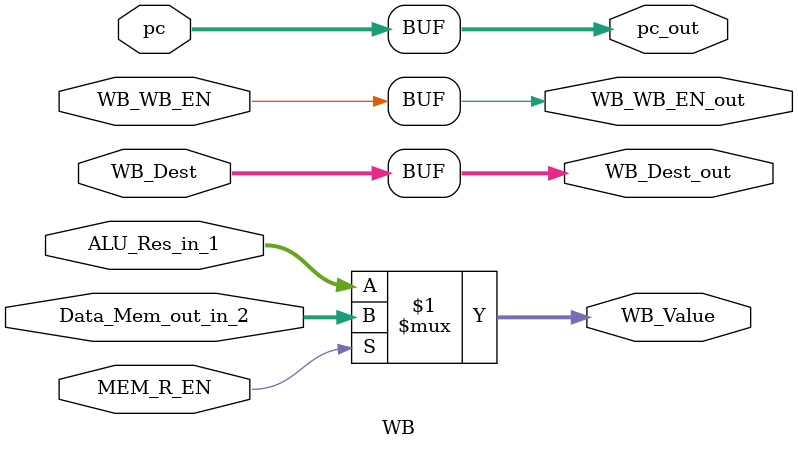
<source format=v>
module WB
(
input [31:0] ALU_Res_in_1,
input [31:0] pc,
input [31:0] Data_Mem_out_in_2,
input MEM_R_EN,
input WB_WB_EN,
input [3:0] WB_Dest,
output WB_WB_EN_out,
output [3:0] WB_Dest_out,
output [31:0] WB_Value,
output [31:0] pc_out
);

assign WB_WB_EN_out = WB_WB_EN;
assign WB_Dest_out = WB_Dest;
assign WB_Value = (MEM_R_EN)?Data_Mem_out_in_2 : ALU_Res_in_1;
assign pc_out = pc;
endmodule

</source>
